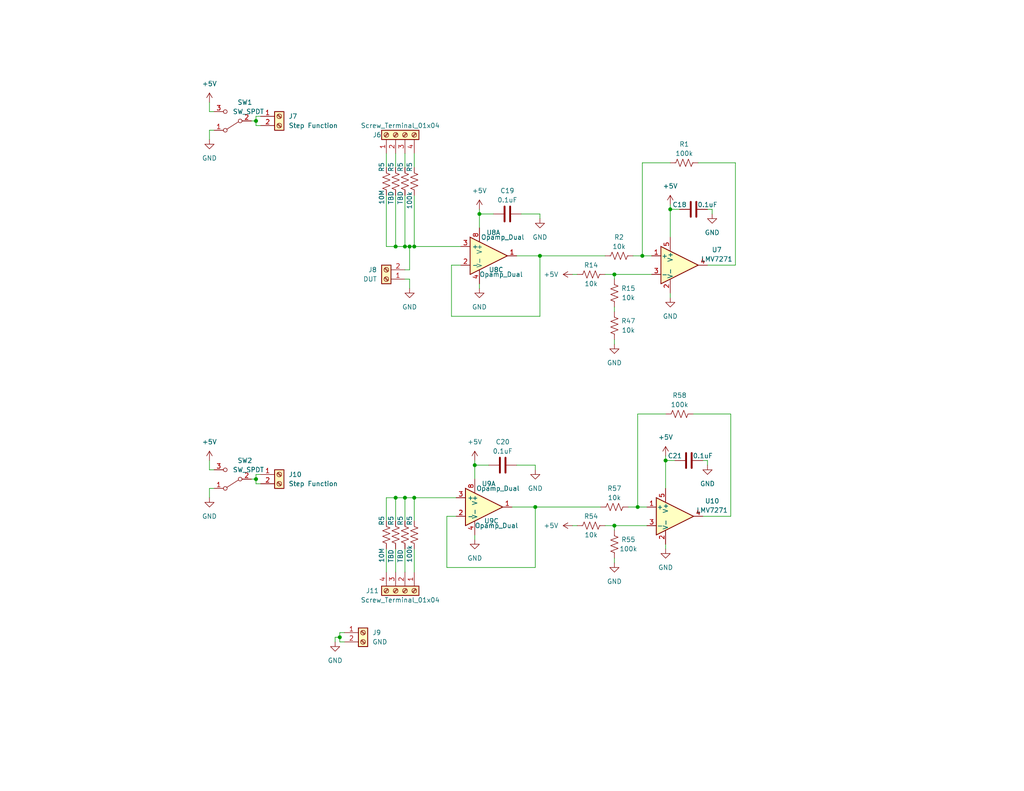
<source format=kicad_sch>
(kicad_sch (version 20230121) (generator eeschema)
  (paper "A")
  (title_block (title "Time Analog Front End"))
  (lib_symbols
    (symbol "Comparator:LMV7271" (pin_names (offset 0.127))
      (property "Reference" "U" (at 1.27 5.08 0))
      (property "Value" "LMV7271" (at 3.81 -5.08 0))
      (symbol "LMV7271_0_1"
        (polyline (pts (xy -5.08 5.08) (xy 5.08 0) (xy -5.08 -5.08) (xy -5.08 5.08)) (stroke (width 0.254)) (fill (type background)))
      )
      (symbol "LMV7271_1_1"
        (pin input line (at -7.62 2.54 0) (length 2.54) (name "+") (number "1"))
        (pin power_in line (at -2.54 -7.62 90) (length 3.81) (name "V-") (number "2"))
        (pin input line (at -7.62 -2.54 0) (length 2.54) (name "-") (number "3"))
        (pin output line (at 7.62 0 180) (length 2.54) (name "~") (number "4"))
        (pin power_in line (at -2.54 7.62 270) (length 3.81) (name "V+") (number "5"))
      )
    )
    (symbol "Connector:Screw_Terminal_01x02" (pin_names (offset 1.016) hide)
      (property "Reference" "J" (at 0 2.54 0))
      (property "Value" "Screw_Terminal_01x02" (at 0 -5.08 0))
      (symbol "Screw_Terminal_01x02_1_1"
        (rectangle (start -1.27 1.27) (end 1.27 -3.81) (stroke (width 0.254)) (fill (type background)))
        (circle (center 0 -2.54) (radius 0.635) (stroke (width 0.1524)))
        (polyline (pts (xy -0.5334 -2.2098) (xy 0.3302 -3.048)) (stroke (width 0.1524)))
        (polyline (pts (xy -0.5334 0.3302) (xy 0.3302 -0.508)) (stroke (width 0.1524)))
        (polyline (pts (xy -0.3556 -2.032) (xy 0.508 -2.8702)) (stroke (width 0.1524)))
        (polyline (pts (xy -0.3556 0.508) (xy 0.508 -0.3302)) (stroke (width 0.1524)))
        (circle (center 0 0) (radius 0.635) (stroke (width 0.1524)))
        (pin passive line (at -5.08 0 0) (length 3.81) (name "Pin_1") (number "1"))
        (pin passive line (at -5.08 -2.54 0) (length 3.81) (name "Pin_2") (number "2"))
      )
    )
    (symbol "Connector:Screw_Terminal_01x04" (pin_names (offset 1.016) hide)
      (property "Reference" "J" (at 0 5.08 0))
      (property "Value" "Screw_Terminal_01x04" (at 0 -7.62 0))
      (symbol "Screw_Terminal_01x04_1_1"
        (rectangle (start -1.27 3.81) (end 1.27 -6.35) (stroke (width 0.254)) (fill (type background)))
        (circle (center 0 -5.08) (radius 0.635) (stroke (width 0.1524)))
        (circle (center 0 -2.54) (radius 0.635) (stroke (width 0.1524)))
        (polyline (pts (xy -0.5334 -4.7498) (xy 0.3302 -5.588)) (stroke (width 0.1524)))
        (polyline (pts (xy -0.5334 -2.2098) (xy 0.3302 -3.048)) (stroke (width 0.1524)))
        (polyline (pts (xy -0.5334 0.3302) (xy 0.3302 -0.508)) (stroke (width 0.1524)))
        (polyline (pts (xy -0.5334 2.8702) (xy 0.3302 2.032)) (stroke (width 0.1524)))
        (polyline (pts (xy -0.3556 -4.572) (xy 0.508 -5.4102)) (stroke (width 0.1524)))
        (polyline (pts (xy -0.3556 -2.032) (xy 0.508 -2.8702)) (stroke (width 0.1524)))
        (polyline (pts (xy -0.3556 0.508) (xy 0.508 -0.3302)) (stroke (width 0.1524)))
        (polyline (pts (xy -0.3556 3.048) (xy 0.508 2.2098)) (stroke (width 0.1524)))
        (circle (center 0 0) (radius 0.635) (stroke (width 0.1524)))
        (circle (center 0 2.54) (radius 0.635) (stroke (width 0.1524)))
        (pin passive line (at -5.08 2.54 0) (length 3.81) (name "Pin_1") (number "1"))
        (pin passive line (at -5.08 0 0) (length 3.81) (name "Pin_2") (number "2"))
        (pin passive line (at -5.08 -2.54 0) (length 3.81) (name "Pin_3") (number "3"))
        (pin passive line (at -5.08 -5.08 0) (length 3.81) (name "Pin_4") (number "4"))
      )
    )
    (symbol "Device:C" (pin_numbers hide) (pin_names (offset 0.254))
      (property "Reference" "C" (at 0.635 2.54 0))
      (property "Value" "C" (at 0.635 -2.54 0))
      (symbol "C_0_1"
        (polyline (pts (xy -2.032 -0.762) (xy 2.032 -0.762)) (stroke (width 0.508)))
        (polyline (pts (xy -2.032 0.762) (xy 2.032 0.762)) (stroke (width 0.508)))
      )
      (symbol "C_1_1"
        (pin passive line (at 0 3.81 270) (length 2.794) (name "~") (number "1"))
        (pin passive line (at 0 -3.81 90) (length 2.794) (name "~") (number "2"))
      )
    )
    (symbol "Device:Opamp_Dual"
      (property "Reference" "U" (at 0 5.08 0))
      (property "Value" "Opamp_Dual" (at 0 -5.08 0))
      (symbol "Opamp_Dual_1_1"
        (polyline (pts (xy -5.08 5.08) (xy 5.08 0) (xy -5.08 -5.08) (xy -5.08 5.08)) (stroke (width 0.254)) (fill (type background)))
        (pin output line (at 7.62 0 180) (length 2.54) (name "~") (number "1"))
        (pin input line (at -7.62 -2.54 0) (length 2.54) (name "-") (number "2"))
        (pin input line (at -7.62 2.54 0) (length 2.54) (name "+") (number "3"))
      )
      (symbol "Opamp_Dual_2_1"
        (polyline (pts (xy -5.08 5.08) (xy 5.08 0) (xy -5.08 -5.08) (xy -5.08 5.08)) (stroke (width 0.254)) (fill (type background)))
        (pin input line (at -7.62 2.54 0) (length 2.54) (name "+") (number "5"))
        (pin input line (at -7.62 -2.54 0) (length 2.54) (name "-") (number "6"))
        (pin output line (at 7.62 0 180) (length 2.54) (name "~") (number "7"))
      )
      (symbol "Opamp_Dual_3_1"
        (pin power_in line (at -2.54 -7.62 90) (length 3.81) (name "V-") (number "4"))
        (pin power_in line (at -2.54 7.62 270) (length 3.81) (name "V+") (number "8"))
      )
    )
    (symbol "Device:R_US" (pin_numbers hide) (pin_names (offset 0))
      (property "Reference" "R" (at 2.54 0 90))
      (property "Value" "R_US" (at -2.54 0 90))
      (symbol "R_US_0_1"
        (polyline (pts (xy 0 -2.286) (xy 0 -2.54)))
        (polyline (pts (xy 0 2.286) (xy 0 2.54)))
        (polyline (pts (xy 0 -0.762) (xy 1.016 -1.143) (xy 0 -1.524) (xy -1.016 -1.905) (xy 0 -2.286)))
        (polyline (pts (xy 0 0.762) (xy 1.016 0.381) (xy 0 0) (xy -1.016 -0.381) (xy 0 -0.762)))
        (polyline (pts (xy 0 2.286) (xy 1.016 1.905) (xy 0 1.524) (xy -1.016 1.143) (xy 0 0.762)))
      )
      (symbol "R_US_1_1"
        (pin passive line (at 0 3.81 270) (length 1.27) (name "~") (number "1"))
        (pin passive line (at 0 -3.81 90) (length 1.27) (name "~") (number "2"))
      )
    )
    (symbol "Switch:SW_SPDT" (pin_names (offset 0) hide)
      (property "Reference" "SW" (at 0 4.318 0))
      (property "Value" "SW_SPDT" (at 0 -5.08 0))
      (symbol "SW_SPDT_0_0"
        (circle (center -2.032 0) (radius 0.508))
        (circle (center 2.032 -2.54) (radius 0.508))
      )
      (symbol "SW_SPDT_0_1"
        (polyline (pts (xy -1.524 0.254) (xy 1.651 2.286)))
        (circle (center 2.032 2.54) (radius 0.508))
      )
      (symbol "SW_SPDT_1_1"
        (pin passive line (at 5.08 2.54 180) (length 2.54) (name "A") (number "1"))
        (pin passive line (at -5.08 0 0) (length 2.54) (name "B") (number "2"))
        (pin passive line (at 5.08 -2.54 180) (length 2.54) (name "C") (number "3"))
      )
    )
    (symbol "power:+5V" (power) (pin_names (offset 0))
      (property "Value" "+5V" (at 0 3.556 0))
      (symbol "+5V_0_1"
        (polyline (pts (xy -0.762 1.27) (xy 0 2.54)))
        (polyline (pts (xy 0 0) (xy 0 2.54)))
        (polyline (pts (xy 0 2.54) (xy 0.762 1.27)))
      )
      (symbol "+5V_1_1"
        (pin power_in line (at 0 0 90) (length 0) hide (name "+5V") (number "1"))
      )
    )
    (symbol "power:GND" (power) (pin_names (offset 0))
      (property "Value" "GND" (at 0 -3.81 0))
      (symbol "GND_0_1"
        (polyline (pts (xy 0 0) (xy 0 -1.27) (xy 1.27 -1.27) (xy 0 -2.54) (xy -1.27 -1.27) (xy 0 -1.27)))
      )
      (symbol "GND_1_1"
        (pin power_in line (at 0 0 270) (length 0) hide (name "GND") (number "1"))
      )
    )
  )
  (junction (at 146.05 138.43))
  (junction (at 69.85 130.81))
  (junction (at 110.49 67.31))
  (junction (at 113.03 67.31))
  (junction (at 110.49 135.89))
  (junction (at 130.81 58.42))
  (junction (at 113.03 135.89))
  (junction (at 92.71 173.99))
  (junction (at 111.76 67.31))
  (junction (at 107.95 135.89))
  (junction (at 181.61 125.73))
  (junction (at 129.54 127))
  (junction (at 175.26 69.85))
  (junction (at 167.64 143.51))
  (junction (at 167.64 74.93))
  (junction (at 173.99 138.43))
  (junction (at 107.95 67.31))
  (junction (at 182.88 57.15))
  (junction (at 147.32 69.85))
  (junction (at 69.85 33.02))
  (wire (pts (xy 182.88 80.01) (xy 182.88 81.28)))
  (wire (pts (xy 107.95 135.89) (xy 110.49 135.89)))
  (wire (pts (xy 110.49 149.86) (xy 110.49 156.21)))
  (wire (pts (xy 92.71 172.72) (xy 93.98 172.72)))
  (wire (pts (xy 172.72 69.85) (xy 175.26 69.85)))
  (wire (pts (xy 130.81 58.42) (xy 130.81 62.23)))
  (wire (pts (xy 165.1 143.51) (xy 167.64 143.51)))
  (wire (pts (xy 113.03 149.86) (xy 113.03 156.21)))
  (wire (pts (xy 182.88 55.88) (xy 182.88 57.15)))
  (wire (pts (xy 125.73 72.39) (xy 123.19 72.39)))
  (wire (pts (xy 167.64 85.09) (xy 167.64 83.82)))
  (wire (pts (xy 189.23 113.03) (xy 199.39 113.03)))
  (wire (pts (xy 111.76 76.2) (xy 111.76 78.74)))
  (wire (pts (xy 57.15 38.1) (xy 57.15 35.56)))
  (wire (pts (xy 129.54 127) (xy 129.54 130.81)))
  (wire (pts (xy 113.03 53.34) (xy 113.03 67.31)))
  (wire (pts (xy 146.05 127) (xy 146.05 128.27)))
  (wire (pts (xy 105.41 41.91) (xy 105.41 45.72)))
  (wire (pts (xy 140.97 127) (xy 146.05 127)))
  (wire (pts (xy 123.19 86.36) (xy 147.32 86.36)))
  (wire (pts (xy 182.88 57.15) (xy 182.88 64.77)))
  (wire (pts (xy 71.12 34.29) (xy 69.85 34.29)))
  (wire (pts (xy 105.41 135.89) (xy 107.95 135.89)))
  (wire (pts (xy 110.49 41.91) (xy 110.49 45.72)))
  (wire (pts (xy 110.49 135.89) (xy 110.49 142.24)))
  (wire (pts (xy 142.24 58.42) (xy 147.32 58.42)))
  (wire (pts (xy 93.98 175.26) (xy 92.71 175.26)))
  (wire (pts (xy 107.95 135.89) (xy 107.95 142.24)))
  (wire (pts (xy 57.15 133.35) (xy 58.42 133.35)))
  (wire (pts (xy 57.15 135.89) (xy 57.15 133.35)))
  (wire (pts (xy 68.58 130.81) (xy 69.85 130.81)))
  (wire (pts (xy 121.92 154.94) (xy 146.05 154.94)))
  (wire (pts (xy 130.81 77.47) (xy 130.81 78.74)))
  (wire (pts (xy 105.41 135.89) (xy 105.41 142.24)))
  (wire (pts (xy 199.39 113.03) (xy 199.39 140.97)))
  (wire (pts (xy 107.95 53.34) (xy 107.95 67.31)))
  (wire (pts (xy 110.49 73.66) (xy 111.76 73.66)))
  (wire (pts (xy 129.54 127) (xy 133.35 127)))
  (wire (pts (xy 181.61 124.46) (xy 181.61 125.73)))
  (wire (pts (xy 123.19 72.39) (xy 123.19 86.36)))
  (wire (pts (xy 129.54 125.73) (xy 129.54 127)))
  (wire (pts (xy 110.49 135.89) (xy 113.03 135.89)))
  (wire (pts (xy 57.15 128.27) (xy 58.42 128.27)))
  (wire (pts (xy 107.95 41.91) (xy 107.95 45.72)))
  (wire (pts (xy 146.05 154.94) (xy 146.05 138.43)))
  (wire (pts (xy 69.85 132.08) (xy 71.12 132.08)))
  (wire (pts (xy 111.76 73.66) (xy 111.76 67.31)))
  (wire (pts (xy 167.64 153.67) (xy 167.64 152.4)))
  (wire (pts (xy 107.95 67.31) (xy 110.49 67.31)))
  (wire (pts (xy 191.77 125.73) (xy 193.04 125.73)))
  (wire (pts (xy 105.41 53.34) (xy 105.41 67.31)))
  (wire (pts (xy 167.64 74.93) (xy 177.8 74.93)))
  (wire (pts (xy 69.85 132.08) (xy 69.85 130.81)))
  (wire (pts (xy 91.44 173.99) (xy 92.71 173.99)))
  (wire (pts (xy 181.61 148.59) (xy 181.61 149.86)))
  (wire (pts (xy 68.58 33.02) (xy 69.85 33.02)))
  (wire (pts (xy 105.41 67.31) (xy 107.95 67.31)))
  (wire (pts (xy 182.88 57.15) (xy 185.42 57.15)))
  (wire (pts (xy 69.85 129.54) (xy 71.12 129.54)))
  (wire (pts (xy 69.85 130.81) (xy 69.85 129.54)))
  (wire (pts (xy 124.46 140.97) (xy 121.92 140.97)))
  (wire (pts (xy 113.03 67.31) (xy 125.73 67.31)))
  (wire (pts (xy 199.39 140.97) (xy 191.77 140.97)))
  (wire (pts (xy 175.26 44.45) (xy 182.88 44.45)))
  (wire (pts (xy 193.04 57.15) (xy 194.31 57.15)))
  (wire (pts (xy 113.03 41.91) (xy 113.03 45.72)))
  (wire (pts (xy 176.53 138.43) (xy 173.99 138.43)))
  (wire (pts (xy 167.64 143.51) (xy 176.53 143.51)))
  (wire (pts (xy 200.66 72.39) (xy 193.04 72.39)))
  (wire (pts (xy 57.15 35.56) (xy 58.42 35.56)))
  (wire (pts (xy 200.66 44.45) (xy 200.66 72.39)))
  (wire (pts (xy 69.85 34.29) (xy 69.85 33.02)))
  (wire (pts (xy 121.92 140.97) (xy 121.92 154.94)))
  (wire (pts (xy 113.03 135.89) (xy 113.03 142.24)))
  (wire (pts (xy 139.7 138.43) (xy 146.05 138.43)))
  (wire (pts (xy 91.44 175.26) (xy 91.44 173.99)))
  (wire (pts (xy 167.64 93.98) (xy 167.64 92.71)))
  (wire (pts (xy 57.15 30.48) (xy 58.42 30.48)))
  (wire (pts (xy 156.21 143.51) (xy 157.48 143.51)))
  (wire (pts (xy 147.32 86.36) (xy 147.32 69.85)))
  (wire (pts (xy 140.97 69.85) (xy 147.32 69.85)))
  (wire (pts (xy 146.05 138.43) (xy 163.83 138.43)))
  (wire (pts (xy 69.85 33.02) (xy 69.85 31.75)))
  (wire (pts (xy 57.15 27.94) (xy 57.15 30.48)))
  (wire (pts (xy 147.32 58.42) (xy 147.32 59.69)))
  (wire (pts (xy 92.71 175.26) (xy 92.71 173.99)))
  (wire (pts (xy 107.95 149.86) (xy 107.95 156.21)))
  (wire (pts (xy 167.64 76.2) (xy 167.64 74.93)))
  (wire (pts (xy 130.81 57.15) (xy 130.81 58.42)))
  (wire (pts (xy 113.03 135.89) (xy 124.46 135.89)))
  (wire (pts (xy 57.15 125.73) (xy 57.15 128.27)))
  (wire (pts (xy 173.99 113.03) (xy 181.61 113.03)))
  (wire (pts (xy 175.26 69.85) (xy 175.26 44.45)))
  (wire (pts (xy 171.45 138.43) (xy 173.99 138.43)))
  (wire (pts (xy 173.99 138.43) (xy 173.99 113.03)))
  (wire (pts (xy 130.81 58.42) (xy 134.62 58.42)))
  (wire (pts (xy 110.49 76.2) (xy 111.76 76.2)))
  (wire (pts (xy 194.31 58.42) (xy 194.31 57.15)))
  (wire (pts (xy 92.71 173.99) (xy 92.71 172.72)))
  (wire (pts (xy 69.85 31.75) (xy 71.12 31.75)))
  (wire (pts (xy 105.41 149.86) (xy 105.41 156.21)))
  (wire (pts (xy 190.5 44.45) (xy 200.66 44.45)))
  (wire (pts (xy 181.61 125.73) (xy 181.61 133.35)))
  (wire (pts (xy 129.54 146.05) (xy 129.54 147.32)))
  (wire (pts (xy 181.61 125.73) (xy 184.15 125.73)))
  (wire (pts (xy 167.64 144.78) (xy 167.64 143.51)))
  (wire (pts (xy 111.76 67.31) (xy 113.03 67.31)))
  (wire (pts (xy 177.8 69.85) (xy 175.26 69.85)))
  (wire (pts (xy 110.49 53.34) (xy 110.49 67.31)))
  (wire (pts (xy 110.49 67.31) (xy 111.76 67.31)))
  (wire (pts (xy 156.21 74.93) (xy 157.48 74.93)))
  (wire (pts (xy 193.04 127) (xy 193.04 125.73)))
  (wire (pts (xy 147.32 69.85) (xy 165.1 69.85)))
  (wire (pts (xy 165.1 74.93) (xy 167.64 74.93)))
  (symbol (lib_id "Device:R_US") (at 105.41 49.53 0) (unit 1)
    (property "Reference" "R5" (at 104.14 46.99 90) (effects (justify left)))
    (property "Value" "10M" (at 104.14 55.88 90) (effects (justify left)))
    (property "Footprint" "Resistor_SMD:R_0805_2012Metric" (effects hide))
    (instances (project "LC_meter" (path "" (reference "R5") (unit 1)) (path "" (reference "R4") (unit 1)) (path "" (reference "R30") (unit 1))))
  )
  (symbol (lib_id "Device:C") (at 187.96 125.73 90) (unit 1)
    (property "Reference" "C21" (at 184.15 124.46 90))
    (property "Value" "0.1uF" (at 191.77 124.46 90))
  )
  (symbol (lib_id "Device:R_US") (at 113.03 146.05 0) (unit 1)
    (property "Reference" "R5" (at 111.76 143.51 90) (effects (justify left)))
    (property "Value" "100k" (at 111.76 153.67 90) (effects (justify left)))
    (property "Footprint" "Resistor_SMD:R_0805_2012Metric" (effects hide))
    (instances (project "LC_meter" (path "" (reference "R5") (unit 1)) (path "" (reference "R41") (unit 1)) (path "" (reference "R53") (unit 1))))
  )
  (symbol (lib_id "power:GND") (at 111.76 78.74 0) (unit 1)
    (property "Reference" "#PWR01" (effects hide))
    (property "Value" "GND" (at 111.76 83.82 0))
  )
  (symbol (lib_id "Device:C") (at 137.16 127 90) (unit 1)
    (property "Reference" "C20" (at 137.16 120.65 90))
    (property "Value" "0.1uF" (at 137.16 123.19 90))
  )
  (symbol (lib_id "Device:C") (at 138.43 58.42 90) (unit 1)
    (property "Reference" "C19" (at 138.43 52.07 90))
    (property "Value" "0.1uF" (at 138.43 54.61 90))
  )
  (symbol (lib_id "Connector:Screw_Terminal_01x02") (at 76.2 129.54 0) (unit 1)
    (property "Reference" "J10" (at 78.74 129.54 0) (effects (justify left)))
    (property "Value" "Step Function" (at 78.74 132.08 0) (effects (justify left)))
  )
  (symbol (lib_id "power:+5V") (at 57.15 125.73 0) (unit 1)
    (property "Reference" "#PWR060" (effects hide))
    (property "Value" "+5V" (at 57.15 120.65 0))
  )
  (symbol (lib_id "power:GND") (at 167.64 93.98 0) (unit 1)
    (property "Reference" "#PWR056" (effects hide))
    (property "Value" "GND" (at 167.64 99.06 0))
  )
  (symbol (lib_id "Device:R_US") (at 167.64 148.59 180) (unit 1)
    (property "Reference" "R55" (at 171.45 147.32 0))
    (property "Value" "100k" (at 171.45 149.86 0))
  )
  (symbol (lib_id "power:+5V") (at 129.54 125.73 0) (unit 1)
    (property "Reference" "#PWR066" (effects hide))
    (property "Value" "+5V" (at 129.54 120.65 0))
  )
  (symbol (lib_id "power:GND") (at 146.05 128.27 0) (unit 1)
    (property "Reference" "#PWR068" (effects hide))
    (property "Value" "GND" (at 146.05 133.35 0))
  )
  (symbol (lib_id "Device:R_US") (at 105.41 146.05 0) (unit 1)
    (property "Reference" "R5" (at 104.14 143.51 90) (effects (justify left)))
    (property "Value" "10M" (at 104.14 153.67 90) (effects (justify left)))
    (property "Footprint" "Resistor_SMD:R_0805_2012Metric" (effects hide))
    (instances (project "LC_meter" (path "" (reference "R5") (unit 1)) (path "" (reference "R4") (unit 1)) (path "" (reference "R48") (unit 1))))
  )
  (symbol (lib_id "Device:R_US") (at 113.03 49.53 0) (unit 1)
    (property "Reference" "R5" (at 111.76 46.99 90) (effects (justify left)))
    (property "Value" "100k" (at 111.76 57.15 90) (effects (justify left)))
    (property "Footprint" "Resistor_SMD:R_0805_2012Metric" (effects hide))
    (instances (project "LC_meter" (path "" (reference "R5") (unit 1)) (path "" (reference "R39") (unit 1)) (path "" (reference "R44") (unit 1))))
  )
  (symbol (lib_id "Device:R_US") (at 107.95 49.53 0) (unit 1)
    (property "Reference" "R5" (at 106.68 46.99 90) (effects (justify left)))
    (property "Value" "TBD" (at 106.68 55.88 90) (effects (justify left)))
    (property "Footprint" "Resistor_SMD:R_0805_2012Metric" (effects hide))
    (instances (project "LC_meter" (path "" (reference "R5") (unit 1)) (path "" (reference "R19") (unit 1)) (path "" (reference "R31") (unit 1))))
  )
  (symbol (lib_id "power:GND") (at 182.88 81.28 0) (unit 1)
    (property "Reference" "#PWR053" (effects hide))
    (property "Value" "GND" (at 182.88 86.36 0))
  )
  (symbol (lib_id "power:+5V") (at 57.15 27.94 0) (unit 1)
    (property "Reference" "#PWR058" (effects hide))
    (property "Value" "+5V" (at 57.15 22.86 0))
  )
  (symbol (lib_id "Device:C") (at 189.23 57.15 90) (unit 1)
    (property "Reference" "C18" (at 185.42 55.88 90))
    (property "Value" "0.1uF" (at 193.04 55.88 90))
  )
  (symbol (lib_id "Device:R_US") (at 185.42 113.03 90) (unit 1)
    (property "Reference" "R58" (at 185.42 107.95 90))
    (property "Value" "100k" (at 185.42 110.49 90))
  )
  (symbol (lib_id "power:GND") (at 130.81 78.74 0) (unit 1)
    (property "Reference" "#PWR061" (effects hide))
    (property "Value" "GND" (at 130.81 83.82 0))
  )
  (symbol (lib_id "Device:R_US") (at 110.49 49.53 0) (unit 1)
    (property "Reference" "R5" (at 109.22 46.99 90) (effects (justify left)))
    (property "Value" "TBD" (at 109.22 55.88 90) (effects (justify left)))
    (property "Footprint" "Resistor_SMD:R_0805_2012Metric" (effects hide))
    (instances (project "LC_meter" (path "" (reference "R5") (unit 1)) (path "" (reference "R20") (unit 1)) (path "" (reference "R43") (unit 1))))
  )
  (symbol (lib_id "power:+5V") (at 130.81 57.15 0) (unit 1)
    (property "Reference" "#PWR062" (effects hide))
    (property "Value" "+5V" (at 130.81 52.07 0))
  )
  (symbol (lib_id "Comparator:LMV7271") (at 184.15 140.97 0) (unit 1)
    (property "Reference" "U10" (at 194.31 136.7791 0))
    (property "Value" "LMV7271" (at 194.31 139.3191 0))
    (property "Datasheet" "http://www.ti.com/lit/ds/symlink/lmv7271.pdf" (effects hide))
  )
  (symbol (lib_id "Connector:Screw_Terminal_01x02") (at 76.2 31.75 0) (unit 1)
    (property "Reference" "J7" (at 78.74 31.75 0) (effects (justify left)))
    (property "Value" "Step Function" (at 78.74 34.29 0) (effects (justify left)))
  )
  (symbol (lib_id "Device:Opamp_Dual") (at 132.08 138.43 0) (unit 1)
    (property "Reference" "U9" (at 133.35 132.08 0))
    (property "Value" "Opamp_Dual" (at 135.89 133.35 0))
  )
  (symbol (lib_id "power:+5V") (at 182.88 55.88 0) (unit 1)
    (property "Reference" "#PWR054" (effects hide))
    (property "Value" "+5V" (at 182.88 50.8 0))
  )
  (symbol (lib_id "Device:R_US") (at 110.49 146.05 0) (unit 1)
    (property "Reference" "R5" (at 109.22 143.51 90) (effects (justify left)))
    (property "Value" "TBD" (at 109.22 153.67 90) (effects (justify left)))
    (property "Footprint" "Resistor_SMD:R_0805_2012Metric" (effects hide))
    (instances (project "LC_meter" (path "" (reference "R5") (unit 1)) (path "" (reference "R20") (unit 1)) (path "" (reference "R50") (unit 1))))
  )
  (symbol (lib_id "Connector:Screw_Terminal_01x02") (at 99.06 172.72 0) (unit 1)
    (property "Reference" "J9" (at 101.6 172.72 0) (effects (justify left)))
    (property "Value" "GND" (at 101.6 175.26 0) (effects (justify left)))
  )
  (symbol (lib_id "Device:R_US") (at 161.29 74.93 90) (unit 1)
    (property "Reference" "R14" (at 161.29 72.39 90))
    (property "Value" "10k" (at 161.29 77.47 90))
  )
  (symbol (lib_id "power:GND") (at 194.31 58.42 0) (unit 1)
    (property "Reference" "#PWR055" (effects hide))
    (property "Value" "GND" (at 194.31 63.5 0))
  )
  (symbol (lib_id "Device:Opamp_Dual") (at 133.35 69.85 0) (unit 3)
    (property "Reference" "U8" (at 133.35 73.66 0) (effects (justify left)))
    (property "Value" "Opamp_Dual" (at 130.81 74.93 0) (effects (justify left)))
  )
  (symbol (lib_id "power:+5V") (at 156.21 74.93 90) (unit 1)
    (property "Reference" "#PWR057" (effects hide))
    (property "Value" "+5V" (at 152.4 74.93 90) (effects (justify left)))
  )
  (symbol (lib_id "Connector:Screw_Terminal_01x04") (at 110.49 161.29 270) (unit 1)
    (property "Reference" "J11" (at 101.6 161.29 90))
    (property "Value" "Screw_Terminal_01x04" (at 109.22 163.83 90))
  )
  (symbol (lib_id "Connector:Screw_Terminal_01x04") (at 107.95 36.83 90) (unit 1)
    (property "Reference" "J6" (at 102.87 36.83 90))
    (property "Value" "Screw_Terminal_01x04" (at 109.22 34.29 90))
  )
  (symbol (lib_id "Comparator:LMV7271") (at 185.42 72.39 0) (unit 1)
    (property "Reference" "U7" (at 195.58 68.1991 0))
    (property "Value" "LMV7271" (at 195.58 70.7391 0))
    (property "Datasheet" "http://www.ti.com/lit/ds/symlink/lmv7271.pdf" (effects hide))
  )
  (symbol (lib_id "power:GND") (at 193.04 127 0) (unit 1)
    (property "Reference" "#PWR073" (effects hide))
    (property "Value" "GND" (at 193.04 132.08 0))
  )
  (symbol (lib_id "Device:R_US") (at 186.69 44.45 90) (unit 1)
    (property "Reference" "R1" (at 186.69 39.37 90))
    (property "Value" "100k" (at 186.69 41.91 90))
  )
  (symbol (lib_id "power:+5V") (at 181.61 124.46 0) (unit 1)
    (property "Reference" "#PWR071" (effects hide))
    (property "Value" "+5V" (at 181.61 119.38 0))
  )
  (symbol (lib_id "power:GND") (at 91.44 175.26 0) (unit 1)
    (property "Reference" "#PWR065" (effects hide))
    (property "Value" "GND" (at 91.44 180.34 0))
  )
  (symbol (lib_id "power:GND") (at 129.54 147.32 0) (unit 1)
    (property "Reference" "#PWR067" (effects hide))
    (property "Value" "GND" (at 129.54 152.4 0))
  )
  (symbol (lib_id "Connector:Screw_Terminal_01x02") (at 105.41 76.2 180) (unit 1)
    (property "Reference" "J8" (at 102.87 73.66 0) (effects (justify left)))
    (property "Value" "DUT" (at 102.87 76.2 0) (effects (justify left)))
  )
  (symbol (lib_id "Switch:SW_SPDT") (at 63.5 33.02 180) (unit 1)
    (property "Reference" "SW1" (at 64.77 27.94 0) (effects (justify right)))
    (property "Value" "SW_SPDT" (at 63.5 30.48 0) (effects (justify right)))
  )
  (symbol (lib_id "Device:R_US") (at 167.64 80.01 180) (unit 1)
    (property "Reference" "R15" (at 171.45 78.74 0))
    (property "Value" "10k" (at 171.45 81.28 0))
  )
  (symbol (lib_id "Device:R_US") (at 161.29 143.51 90) (unit 1)
    (property "Reference" "R54" (at 161.29 140.97 90))
    (property "Value" "10k" (at 161.29 146.05 90))
  )
  (symbol (lib_id "Device:R_US") (at 107.95 146.05 0) (unit 1)
    (property "Reference" "R5" (at 106.68 143.51 90) (effects (justify left)))
    (property "Value" "TBD" (at 106.68 153.67 90) (effects (justify left)))
    (property "Footprint" "Resistor_SMD:R_0805_2012Metric" (effects hide))
    (instances (project "LC_meter" (path "" (reference "R5") (unit 1)) (path "" (reference "R19") (unit 1)) (path "" (reference "R49") (unit 1))))
  )
  (symbol (lib_id "Device:Opamp_Dual") (at 133.35 69.85 0) (unit 1)
    (property "Reference" "U8" (at 134.62 63.5 0))
    (property "Value" "Opamp_Dual" (at 137.16 64.77 0))
  )
  (symbol (lib_id "power:GND") (at 57.15 135.89 0) (unit 1)
    (property "Reference" "#PWR064" (effects hide))
    (property "Value" "GND" (at 57.15 140.97 0))
  )
  (symbol (lib_id "power:GND") (at 181.61 149.86 0) (unit 1)
    (property "Reference" "#PWR072" (effects hide))
    (property "Value" "GND" (at 181.61 154.94 0))
  )
  (symbol (lib_id "power:GND") (at 57.15 38.1 0) (unit 1)
    (property "Reference" "#PWR059" (effects hide))
    (property "Value" "GND" (at 57.15 43.18 0))
  )
  (symbol (lib_id "Device:Opamp_Dual") (at 132.08 138.43 0) (unit 3)
    (property "Reference" "U9" (at 132.08 142.24 0) (effects (justify left)))
    (property "Value" "Opamp_Dual" (at 129.54 143.51 0) (effects (justify left)))
  )
  (symbol (lib_id "Device:R_US") (at 168.91 69.85 90) (unit 1)
    (property "Reference" "R2" (at 168.91 64.77 90))
    (property "Value" "10k" (at 168.91 67.31 90))
  )
  (symbol (lib_id "Device:R_US") (at 167.64 88.9 180) (unit 1)
    (property "Reference" "R47" (at 171.45 87.63 0))
    (property "Value" "10k" (at 171.45 90.17 0))
  )
  (symbol (lib_id "Device:R_US") (at 167.64 138.43 90) (unit 1)
    (property "Reference" "R57" (at 167.64 133.35 90))
    (property "Value" "10k" (at 167.64 135.89 90))
  )
  (symbol (lib_id "Switch:SW_SPDT") (at 63.5 130.81 180) (unit 1)
    (property "Reference" "SW2" (at 64.77 125.73 0) (effects (justify right)))
    (property "Value" "SW_SPDT" (at 63.5 128.27 0) (effects (justify right)))
  )
  (symbol (lib_id "power:+5V") (at 156.21 143.51 90) (unit 1)
    (property "Reference" "#PWR069" (effects hide))
    (property "Value" "+5V" (at 152.4 143.51 90) (effects (justify left)))
  )
  (symbol (lib_id "power:GND") (at 147.32 59.69 0) (unit 1)
    (property "Reference" "#PWR063" (effects hide))
    (property "Value" "GND" (at 147.32 64.77 0))
  )
  (symbol (lib_id "power:GND") (at 167.64 153.67 0) (unit 1)
    (property "Reference" "#PWR070" (effects hide))
    (property "Value" "GND" (at 167.64 158.75 0))
  )
)
</source>
